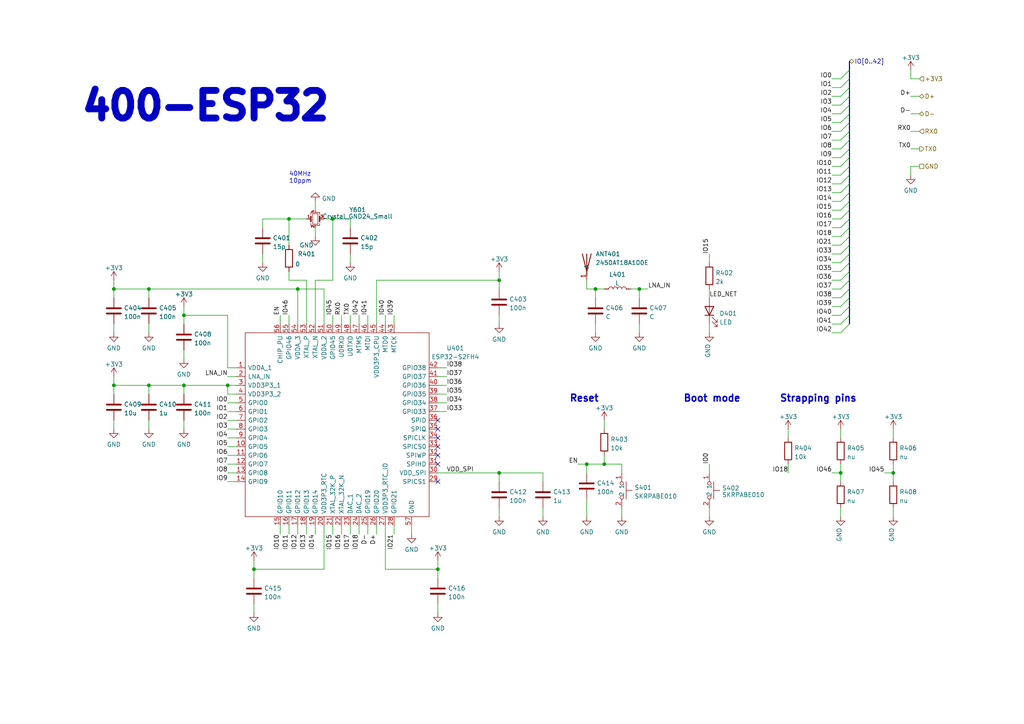
<source format=kicad_sch>
(kicad_sch (version 20230121) (generator eeschema)
  (paper "A4")
  (title_block (title "PMK_Keyboard") (date "2023-02-06") (rev "HW00") (company "PumaCorp") (comment 1 "Design by: NdG"))
  (lib_symbols
    (symbol "Component lib:2450AT18A100E" (pin_names (offset 0.762))
      (property "Reference" "ANT" (at 6.35 10.16 0))
      (property "Value" "2450AT18A100E" (at 6.35 7.62 0))
      (symbol "2450AT18A100E_0_1"
        (polyline (pts (xy 0 7.62) (xy 0 1.27)) (stroke (width 0.254)))
        (polyline (pts (xy 1.27 7.62) (xy 0 2.54) (xy -1.27 7.62)) (stroke (width 0.254)))
      )
      (symbol "2450AT18A100E_1_1"
        (pin input line (at 0 0 90) (length 2.54) (name "A") (number "1"))
      )
    )
    (symbol "Component lib:C" (pin_numbers hide) (pin_names (offset 0.254))
      (property "Reference" "C" (at 0.635 -1.27 0))
      (property "Value" "C" (at 0.635 -6.35 0))
      (symbol "C_0_1"
        (polyline (pts (xy -2.032 -4.572) (xy 2.032 -4.572)) (stroke (width 0.508)))
        (polyline (pts (xy -2.032 -3.048) (xy 2.032 -3.048)) (stroke (width 0.508)))
      )
      (symbol "C_1_1"
        (pin passive line (at 0 0 270) (length 2.794) (name "~") (number "1"))
        (pin passive line (at 0 -7.62 90) (length 2.794) (name "~") (number "2"))
      )
    )
    (symbol "Component lib:L" (pin_numbers hide) (pin_names (offset 1.016) hide)
      (property "Reference" "L" (at 3.81 -1.27 0))
      (property "Value" "L" (at 3.81 1.905 0))
      (symbol "L_0_1"
        (arc (start 2.54 0) (mid 1.905 0.6323) (end 1.27 0))
        (arc (start 3.81 0) (mid 3.175 0.6323) (end 2.54 0))
        (arc (start 5.08 0) (mid 4.445 0.6323) (end 3.81 0))
        (arc (start 6.35 0) (mid 5.715 0.6323) (end 5.08 0))
      )
      (symbol "L_1_1"
        (pin passive line (at 0 0 0) (length 1.27) (name "1") (number "1"))
        (pin passive line (at 7.62 0 180) (length 1.27) (name "2") (number "2"))
      )
    )
    (symbol "Component lib:LED" (pin_numbers hide) (pin_names (offset 1.016) hide)
      (property "Reference" "D" (at 3.81 2.54 0))
      (property "Value" "LED" (at 3.81 -2.54 0))
      (symbol "LED_0_1"
        (polyline (pts (xy 2.54 -1.27) (xy 2.54 1.27)) (stroke (width 0.254)))
        (polyline (pts (xy 2.54 0) (xy 5.08 0)))
        (polyline (pts (xy 5.08 -1.27) (xy 5.08 1.27) (xy 2.54 0) (xy 5.08 -1.27)) (stroke (width 0.254)))
        (polyline (pts (xy 0.762 -0.762) (xy -0.762 -2.286) (xy 0 -2.286) (xy -0.762 -2.286) (xy -0.762 -1.524)))
        (polyline (pts (xy 2.032 -0.762) (xy 0.508 -2.286) (xy 1.27 -2.286) (xy 0.508 -2.286) (xy 0.508 -1.524)))
      )
      (symbol "LED_1_1"
        (pin passive line (at 0 0 0) (length 2.54) (name "K") (number "1"))
        (pin passive line (at 7.62 0 180) (length 2.54) (name "A") (number "2"))
      )
    )
    (symbol "Component lib:R" (pin_numbers hide) (pin_names (offset 0))
      (property "Reference" "R" (at 2.032 -3.81 90))
      (property "Value" "R" (at 0 -3.81 90))
      (symbol "R_0_1"
        (rectangle (start -1.016 -6.35) (end 1.016 -1.27) (stroke (width 0.254)))
      )
      (symbol "R_1_1"
        (pin passive line (at 0 0 270) (length 1.27) (name "~") (number "1"))
        (pin passive line (at 0 -7.62 90) (length 1.27) (name "~") (number "2"))
      )
    )
    (symbol "Component lib:SKRPABE010" (pin_names (offset 0.762))
      (property "Reference" "S" (at 5.715 3.81 0))
      (property "Value" "SKRPABE010" (at 24.13 5.08 0))
      (symbol "SKRPABE010_0_1"
        (polyline (pts (xy 5.08 1.27) (xy 5.08 3.048)))
        (polyline (pts (xy 7.62 1.27) (xy 2.54 1.27)))
        (circle (center 3.048 0) (radius 0.508))
        (circle (center 7.112 0) (radius 0.508))
        (pin passive line (at 0 0 0) (length 2.54) (name "1") (number "1"))
        (pin passive line (at 10.16 0 180) (length 2.54) (name "2") (number "2"))
      )
    )
    (symbol "Component_lib:ESP32-S2FH4" (pin_names (offset 0.762))
      (property "Reference" "U" (at 22.86 -12.7 0))
      (property "Value" "ESP32-S2FH4" (at 22.86 -15.24 0))
      (symbol "ESP32-S2FH4_0_0"
        (pin passive line (at 0 0 0) (length 2.54) (name "VDDA_1") (number "1"))
        (pin passive line (at 0 -22.86 0) (length 2.54) (name "GPIO5") (number "10"))
        (pin passive line (at 0 -25.4 0) (length 2.54) (name "GPIO6") (number "11"))
        (pin passive line (at 0 -27.94 0) (length 2.54) (name "GPIO7") (number "12"))
        (pin passive line (at 0 -30.48 0) (length 2.54) (name "GPIO8") (number "13"))
        (pin passive line (at 0 -33.02 0) (length 2.54) (name "GPIO9") (number "14"))
        (pin passive line (at 12.7 -45.72 90) (length 2.54) (name "GPIO10") (number "15"))
        (pin passive line (at 15.24 -45.72 90) (length 2.54) (name "GPIO11") (number "16"))
        (pin passive line (at 17.78 -45.72 90) (length 2.54) (name "GPIO12") (number "17"))
        (pin passive line (at 20.32 -45.72 90) (length 2.54) (name "GPIO13") (number "18"))
        (pin passive line (at 22.86 -45.72 90) (length 2.54) (name "GPIO14") (number "19"))
        (pin passive line (at 0 -2.54 0) (length 2.54) (name "LNA_IN") (number "2"))
        (pin passive line (at 25.4 -45.72 90) (length 2.54) (name "VDD3P3_RTC") (number "20"))
        (pin passive line (at 27.94 -45.72 90) (length 2.54) (name "XTAL_32K_P") (number "21"))
        (pin passive line (at 30.48 -45.72 90) (length 2.54) (name "XTAL_32K_N") (number "22"))
        (pin passive line (at 33.02 -45.72 90) (length 2.54) (name "DAC_1") (number "23"))
        (pin passive line (at 35.56 -45.72 90) (length 2.54) (name "DAC_2") (number "24"))
        (pin passive line (at 38.1 -45.72 90) (length 2.54) (name "GPIO19") (number "25"))
        (pin passive line (at 40.64 -45.72 90) (length 2.54) (name "GPIO20") (number "26"))
        (pin passive line (at 43.18 -45.72 90) (length 2.54) (name "VDD3P3_RTC_IO") (number "27"))
        (pin passive line (at 45.72 -45.72 90) (length 2.54) (name "GPIO21") (number "28"))
        (pin passive line (at 58.42 -33.02 180) (length 2.54) (name "SPICS1") (number "29"))
        (pin passive line (at 0 -5.08 0) (length 2.54) (name "VDD3P3_1") (number "3"))
        (pin passive line (at 58.42 -30.48 180) (length 2.54) (name "VDD_SPI") (number "30"))
        (pin passive line (at 58.42 -27.94 180) (length 2.54) (name "SPIHD") (number "31"))
        (pin passive line (at 58.42 -25.4 180) (length 2.54) (name "SPIWP") (number "32"))
        (pin passive line (at 58.42 -22.86 180) (length 2.54) (name "SPICS0") (number "33"))
        (pin passive line (at 58.42 -20.32 180) (length 2.54) (name "SPICLK") (number "34"))
        (pin passive line (at 58.42 -17.78 180) (length 2.54) (name "SPIQ") (number "35"))
        (pin passive line (at 58.42 -15.24 180) (length 2.54) (name "SPID") (number "36"))
        (pin passive line (at 58.42 -12.7 180) (length 2.54) (name "GPIO33") (number "37"))
        (pin passive line (at 58.42 -10.16 180) (length 2.54) (name "GPIO34") (number "38"))
        (pin passive line (at 58.42 -7.62 180) (length 2.54) (name "GPIO35") (number "39"))
        (pin passive line (at 0 -7.62 0) (length 2.54) (name "VDD3P3_2") (number "4"))
        (pin passive line (at 58.42 -5.08 180) (length 2.54) (name "GPIO36") (number "40"))
        (pin passive line (at 58.42 -2.54 180) (length 2.54) (name "GPIO37") (number "41"))
        (pin passive line (at 58.42 0 180) (length 2.54) (name "GPIO38") (number "42"))
        (pin passive line (at 45.72 12.7 270) (length 2.54) (name "MTCK") (number "43"))
        (pin passive line (at 43.18 12.7 270) (length 2.54) (name "MTD0") (number "44"))
        (pin passive line (at 40.64 12.7 270) (length 2.54) (name "VDD3P3_CPU") (number "45"))
        (pin passive line (at 38.1 12.7 270) (length 2.54) (name "MTDI") (number "46"))
        (pin passive line (at 35.56 12.7 270) (length 2.54) (name "MTMS") (number "47"))
        (pin passive line (at 33.02 12.7 270) (length 2.54) (name "U0TXD") (number "48"))
        (pin passive line (at 30.48 12.7 270) (length 2.54) (name "U0RXD") (number "49"))
        (pin passive line (at 0 -10.16 0) (length 2.54) (name "GPIO0") (number "5"))
        (pin passive line (at 27.94 12.7 270) (length 2.54) (name "GPIO45") (number "50"))
        (pin passive line (at 25.4 12.7 270) (length 2.54) (name "VDDA_2") (number "51"))
        (pin passive line (at 22.86 12.7 270) (length 2.54) (name "XTAL_N") (number "52"))
        (pin passive line (at 20.32 12.7 270) (length 2.54) (name "XTAL_P") (number "53"))
        (pin passive line (at 17.78 12.7 270) (length 2.54) (name "VDDA_3") (number "54"))
        (pin passive line (at 15.24 12.7 270) (length 2.54) (name "GPIO46") (number "55"))
        (pin passive line (at 12.7 12.7 270) (length 2.54) (name "CHIP_PU") (number "56"))
        (pin passive line (at 50.8 -45.72 90) (length 2.54) (name "GND") (number "57"))
        (pin passive line (at 0 -12.7 0) (length 2.54) (name "GPIO1") (number "6"))
        (pin passive line (at 0 -15.24 0) (length 2.54) (name "GPIO2") (number "7"))
        (pin passive line (at 0 -17.78 0) (length 2.54) (name "GPIO3") (number "8"))
        (pin passive line (at 0 -20.32 0) (length 2.54) (name "GPIO4") (number "9"))
      )
      (symbol "ESP32-S2FH4_0_1"
        (polyline (pts (xy 2.54 10.16) (xy 55.88 10.16) (xy 55.88 -43.18) (xy 2.54 -43.18) (xy 2.54 10.16)) (stroke (width 0.1524)))
      )
    )
    (symbol "Device:Crystal_GND24_Small" (pin_names (offset 1.016) hide)
      (property "Reference" "Y" (at 1.27 4.445 0))
      (property "Value" "Crystal_GND24_Small" (at 1.27 2.54 0))
      (symbol "Crystal_GND24_Small_0_1"
        (rectangle (start -0.762 -1.524) (end 0.762 1.524))
        (polyline (pts (xy -1.27 -0.762) (xy -1.27 0.762)) (stroke (width 0.381)))
        (polyline (pts (xy 1.27 -0.762) (xy 1.27 0.762)) (stroke (width 0.381)))
        (polyline (pts (xy -1.27 -1.27) (xy -1.27 -1.905) (xy 1.27 -1.905) (xy 1.27 -1.27)))
        (polyline (pts (xy -1.27 1.27) (xy -1.27 1.905) (xy 1.27 1.905) (xy 1.27 1.27)))
      )
      (symbol "Crystal_GND24_Small_1_1"
        (pin passive line (at -2.54 0 0) (length 1.27) (name "1") (number "1"))
        (pin passive line (at 0 -2.54 90) (length 0.635) (name "2") (number "2"))
        (pin passive line (at 2.54 0 180) (length 1.27) (name "3") (number "3"))
        (pin passive line (at 0 2.54 270) (length 0.635) (name "4") (number "4"))
      )
    )
    (symbol "power:+3V3" (power) (pin_names (offset 0))
      (property "Value" "+3V3" (at 0 3.556 0))
      (symbol "+3V3_0_1"
        (polyline (pts (xy -0.762 1.27) (xy 0 2.54)))
        (polyline (pts (xy 0 0) (xy 0 2.54)))
        (polyline (pts (xy 0 2.54) (xy 0.762 1.27)))
      )
      (symbol "+3V3_1_1"
        (pin power_in line (at 0 0 90) (length 0) hide (name "+3V3") (number "1"))
      )
    )
    (symbol "power:GND" (power) (pin_names (offset 0))
      (property "Value" "GND" (at 0 -3.81 0))
      (symbol "GND_0_1"
        (polyline (pts (xy 0 0) (xy 0 -1.27) (xy 1.27 -1.27) (xy 0 -2.54) (xy -1.27 -1.27) (xy 0 -1.27)))
      )
      (symbol "GND_1_1"
        (pin power_in line (at 0 0 270) (length 0) hide (name "GND") (number "1"))
      )
    )
  )
  (junction (at 43.18 83.82))
  (junction (at 53.34 91.44))
  (junction (at 170.18 134.62))
  (junction (at 127 165.1))
  (junction (at 33.02 83.82))
  (junction (at 175.26 134.62))
  (junction (at 96.52 63.5))
  (junction (at 66.04 111.76))
  (junction (at 33.02 111.76))
  (junction (at 185.42 83.82))
  (junction (at 86.36 83.82))
  (junction (at 172.72 83.82))
  (junction (at 83.82 63.5))
  (junction (at 259.08 137.16))
  (junction (at 243.84 137.16))
  (junction (at 43.18 111.76))
  (junction (at 53.34 111.76))
  (junction (at 144.78 81.28))
  (junction (at 144.78 137.16))
  (junction (at 73.66 165.1))
  (no_connect (at 127 127))
  (no_connect (at 127 132.08))
  (no_connect (at 127 139.7))
  (no_connect (at 127 129.54))
  (no_connect (at 127 134.62))
  (no_connect (at 127 124.46))
  (no_connect (at 127 121.92))
  (bus_entry (at 243.84 86.36) (size 2.54 -2.54))
  (bus_entry (at 243.84 40.64) (size 2.54 -2.54))
  (bus_entry (at 243.84 55.88) (size 2.54 -2.54))
  (bus_entry (at 243.84 68.58) (size 2.54 -2.54))
  (bus_entry (at 243.84 71.12) (size 2.54 -2.54))
  (bus_entry (at 243.84 27.94) (size 2.54 -2.54))
  (bus_entry (at 243.84 88.9) (size 2.54 -2.54))
  (bus_entry (at 243.84 53.34) (size 2.54 -2.54))
  (bus_entry (at 243.84 93.98) (size 2.54 -2.54))
  (bus_entry (at 243.84 30.48) (size 2.54 -2.54))
  (bus_entry (at 243.84 33.02) (size 2.54 -2.54))
  (bus_entry (at 243.84 50.8) (size 2.54 -2.54))
  (bus_entry (at 243.84 38.1) (size 2.54 -2.54))
  (bus_entry (at 243.84 78.74) (size 2.54 -2.54))
  (bus_entry (at 243.84 91.44) (size 2.54 -2.54))
  (bus_entry (at 243.84 35.56) (size 2.54 -2.54))
  (bus_entry (at 243.84 60.96) (size 2.54 -2.54))
  (bus_entry (at 243.84 45.72) (size 2.54 -2.54))
  (bus_entry (at 243.84 66.04) (size 2.54 -2.54))
  (bus_entry (at 243.84 48.26) (size 2.54 -2.54))
  (bus_entry (at 243.84 43.18) (size 2.54 -2.54))
  (bus_entry (at 243.84 25.4) (size 2.54 -2.54))
  (bus_entry (at 243.84 96.52) (size 2.54 -2.54))
  (bus_entry (at 243.84 63.5) (size 2.54 -2.54))
  (bus_entry (at 243.84 83.82) (size 2.54 -2.54))
  (bus_entry (at 243.84 22.86) (size 2.54 -2.54))
  (bus_entry (at 243.84 76.2) (size 2.54 -2.54))
  (bus_entry (at 243.84 81.28) (size 2.54 -2.54))
  (bus_entry (at 243.84 58.42) (size 2.54 -2.54))
  (bus_entry (at 243.84 73.66) (size 2.54 -2.54))
  (wire (pts (xy 53.34 101.6) (xy 53.34 104.14)))
  (wire (pts (xy 66.04 129.54) (xy 68.58 129.54)))
  (bus (pts (xy 246.38 50.8) (xy 246.38 53.34)))
  (bus (pts (xy 246.38 27.94) (xy 246.38 30.48)))
  (wire (pts (xy 127 165.1) (xy 127 167.64)))
  (wire (pts (xy 101.6 73.66) (xy 101.6 76.2)))
  (wire (pts (xy 144.78 137.16) (xy 157.48 137.16)))
  (bus (pts (xy 246.38 63.5) (xy 246.38 66.04)))
  (wire (pts (xy 127 162.56) (xy 127 165.1)))
  (wire (pts (xy 170.18 144.78) (xy 170.18 149.86)))
  (wire (pts (xy 66.04 121.92) (xy 68.58 121.92)))
  (wire (pts (xy 106.68 91.44) (xy 106.68 93.98)))
  (wire (pts (xy 66.04 111.76) (xy 68.58 111.76)))
  (wire (pts (xy 264.16 22.86) (xy 266.7 22.86)))
  (wire (pts (xy 241.3 27.94) (xy 243.84 27.94)))
  (bus (pts (xy 246.38 43.18) (xy 246.38 45.72)))
  (wire (pts (xy 264.16 38.1) (xy 266.7 38.1)))
  (wire (pts (xy 53.34 114.3) (xy 53.34 111.76)))
  (wire (pts (xy 83.82 71.12) (xy 83.82 63.5)))
  (wire (pts (xy 241.3 96.52) (xy 243.84 96.52)))
  (bus (pts (xy 246.38 40.64) (xy 246.38 43.18)))
  (wire (pts (xy 109.22 152.4) (xy 109.22 154.94)))
  (wire (pts (xy 243.84 134.62) (xy 243.84 137.16)))
  (wire (pts (xy 114.3 91.44) (xy 114.3 93.98)))
  (wire (pts (xy 111.76 91.44) (xy 111.76 93.98)))
  (wire (pts (xy 241.3 30.48) (xy 243.84 30.48)))
  (wire (pts (xy 264.16 20.32) (xy 264.16 22.86)))
  (bus (pts (xy 246.38 88.9) (xy 246.38 91.44)))
  (wire (pts (xy 185.42 93.98) (xy 185.42 96.52)))
  (wire (pts (xy 53.34 88.9) (xy 53.34 91.44)))
  (wire (pts (xy 241.3 48.26) (xy 243.84 48.26)))
  (wire (pts (xy 96.52 91.44) (xy 96.52 93.98)))
  (wire (pts (xy 43.18 83.82) (xy 43.18 86.36)))
  (wire (pts (xy 66.04 127) (xy 68.58 127)))
  (bus (pts (xy 246.38 78.74) (xy 246.38 81.28)))
  (wire (pts (xy 33.02 81.28) (xy 33.02 83.82)))
  (wire (pts (xy 88.9 152.4) (xy 88.9 154.94)))
  (wire (pts (xy 93.98 83.82) (xy 86.36 83.82)))
  (wire (pts (xy 76.2 66.04) (xy 76.2 63.5)))
  (wire (pts (xy 157.48 147.32) (xy 157.48 149.86)))
  (wire (pts (xy 129.54 119.38) (xy 127 119.38)))
  (wire (pts (xy 170.18 81.28) (xy 170.18 83.82)))
  (wire (pts (xy 99.06 91.44) (xy 99.06 93.98)))
  (wire (pts (xy 157.48 137.16) (xy 157.48 139.7)))
  (wire (pts (xy 76.2 73.66) (xy 76.2 76.2)))
  (wire (pts (xy 241.3 40.64) (xy 243.84 40.64)))
  (wire (pts (xy 241.3 58.42) (xy 243.84 58.42)))
  (wire (pts (xy 241.3 93.98) (xy 243.84 93.98)))
  (wire (pts (xy 228.6 124.46) (xy 228.6 127)))
  (wire (pts (xy 33.02 121.92) (xy 33.02 124.46)))
  (wire (pts (xy 83.82 63.5) (xy 88.9 63.5)))
  (wire (pts (xy 96.52 152.4) (xy 96.52 154.94)))
  (wire (pts (xy 83.82 81.28) (xy 88.9 81.28)))
  (bus (pts (xy 246.38 86.36) (xy 246.38 88.9)))
  (wire (pts (xy 243.84 137.16) (xy 243.84 139.7)))
  (wire (pts (xy 264.16 27.94) (xy 266.7 27.94)))
  (wire (pts (xy 241.3 43.18) (xy 243.84 43.18)))
  (wire (pts (xy 127 137.16) (xy 144.78 137.16)))
  (wire (pts (xy 81.28 91.44) (xy 81.28 93.98)))
  (bus (pts (xy 246.38 20.32) (xy 246.38 22.86)))
  (wire (pts (xy 180.34 147.32) (xy 180.34 149.86)))
  (wire (pts (xy 170.18 83.82) (xy 172.72 83.82)))
  (bus (pts (xy 246.38 66.04) (xy 246.38 68.58)))
  (wire (pts (xy 241.3 137.16) (xy 243.84 137.16)))
  (wire (pts (xy 205.74 73.66) (xy 205.74 76.2)))
  (bus (pts (xy 246.38 68.58) (xy 246.38 71.12)))
  (wire (pts (xy 241.3 35.56) (xy 243.84 35.56)))
  (wire (pts (xy 172.72 93.98) (xy 172.72 96.52)))
  (wire (pts (xy 93.98 63.5) (xy 96.52 63.5)))
  (wire (pts (xy 185.42 83.82) (xy 185.42 86.36)))
  (wire (pts (xy 144.78 78.74) (xy 144.78 81.28)))
  (wire (pts (xy 109.22 81.28) (xy 144.78 81.28)))
  (bus (pts (xy 246.38 38.1) (xy 246.38 40.64)))
  (wire (pts (xy 73.66 175.26) (xy 73.66 177.8)))
  (wire (pts (xy 185.42 83.82) (xy 187.96 83.82)))
  (bus (pts (xy 246.38 35.56) (xy 246.38 38.1)))
  (wire (pts (xy 259.08 147.32) (xy 259.08 149.86)))
  (bus (pts (xy 246.38 45.72) (xy 246.38 48.26)))
  (wire (pts (xy 88.9 81.28) (xy 88.9 93.98)))
  (wire (pts (xy 241.3 45.72) (xy 243.84 45.72)))
  (wire (pts (xy 241.3 91.44) (xy 243.84 91.44)))
  (wire (pts (xy 144.78 81.28) (xy 144.78 83.82)))
  (wire (pts (xy 101.6 63.5) (xy 96.52 63.5)))
  (wire (pts (xy 86.36 152.4) (xy 86.36 154.94)))
  (wire (pts (xy 91.44 152.4) (xy 91.44 154.94)))
  (wire (pts (xy 111.76 165.1) (xy 127 165.1)))
  (wire (pts (xy 241.3 68.58) (xy 243.84 68.58)))
  (wire (pts (xy 33.02 83.82) (xy 43.18 83.82)))
  (bus (pts (xy 246.38 17.78) (xy 246.38 20.32)))
  (wire (pts (xy 243.84 76.2) (xy 241.3 76.2)))
  (wire (pts (xy 81.28 152.4) (xy 81.28 154.94)))
  (wire (pts (xy 228.6 134.62) (xy 228.6 137.16)))
  (bus (pts (xy 246.38 25.4) (xy 246.38 27.94)))
  (wire (pts (xy 241.3 38.1) (xy 243.84 38.1)))
  (bus (pts (xy 246.38 53.34) (xy 246.38 55.88)))
  (wire (pts (xy 127 116.84) (xy 129.54 116.84)))
  (wire (pts (xy 111.76 152.4) (xy 111.76 165.1)))
  (wire (pts (xy 127 111.76) (xy 129.54 111.76)))
  (wire (pts (xy 175.26 121.92) (xy 175.26 124.46)))
  (wire (pts (xy 172.72 83.82) (xy 175.26 83.82)))
  (wire (pts (xy 53.34 93.98) (xy 53.34 91.44)))
  (wire (pts (xy 241.3 66.04) (xy 243.84 66.04)))
  (wire (pts (xy 104.14 91.44) (xy 104.14 93.98)))
  (wire (pts (xy 73.66 162.56) (xy 73.66 165.1)))
  (wire (pts (xy 241.3 25.4) (xy 243.84 25.4)))
  (wire (pts (xy 96.52 81.28) (xy 91.44 81.28)))
  (wire (pts (xy 33.02 114.3) (xy 33.02 111.76)))
  (wire (pts (xy 264.16 48.26) (xy 266.7 48.26)))
  (wire (pts (xy 99.06 152.4) (xy 99.06 154.94)))
  (wire (pts (xy 259.08 137.16) (xy 259.08 139.7)))
  (wire (pts (xy 66.04 109.22) (xy 68.58 109.22)))
  (wire (pts (xy 243.84 81.28) (xy 241.3 81.28)))
  (wire (pts (xy 73.66 165.1) (xy 93.98 165.1)))
  (wire (pts (xy 43.18 83.82) (xy 86.36 83.82)))
  (bus (pts (xy 246.38 83.82) (xy 246.38 86.36)))
  (wire (pts (xy 66.04 124.46) (xy 68.58 124.46)))
  (wire (pts (xy 66.04 137.16) (xy 68.58 137.16)))
  (wire (pts (xy 243.84 78.74) (xy 241.3 78.74)))
  (bus (pts (xy 246.38 91.44) (xy 246.38 93.98)))
  (wire (pts (xy 93.98 93.98) (xy 93.98 83.82)))
  (wire (pts (xy 259.08 134.62) (xy 259.08 137.16)))
  (wire (pts (xy 66.04 91.44) (xy 66.04 106.68)))
  (wire (pts (xy 43.18 121.92) (xy 43.18 124.46)))
  (bus (pts (xy 246.38 33.02) (xy 246.38 35.56)))
  (wire (pts (xy 205.74 134.62) (xy 205.74 137.16)))
  (wire (pts (xy 33.02 111.76) (xy 43.18 111.76)))
  (wire (pts (xy 119.38 152.4) (xy 119.38 154.94)))
  (wire (pts (xy 68.58 114.3) (xy 66.04 114.3)))
  (wire (pts (xy 241.3 50.8) (xy 243.84 50.8)))
  (wire (pts (xy 172.72 86.36) (xy 172.72 83.82)))
  (wire (pts (xy 101.6 66.04) (xy 101.6 63.5)))
  (wire (pts (xy 259.08 124.46) (xy 259.08 127)))
  (wire (pts (xy 170.18 134.62) (xy 175.26 134.62)))
  (wire (pts (xy 91.44 81.28) (xy 91.44 93.98)))
  (wire (pts (xy 144.78 137.16) (xy 144.78 139.7)))
  (wire (pts (xy 53.34 111.76) (xy 66.04 111.76)))
  (wire (pts (xy 43.18 114.3) (xy 43.18 111.76)))
  (wire (pts (xy 83.82 81.28) (xy 83.82 78.74)))
  (wire (pts (xy 264.16 33.02) (xy 266.7 33.02)))
  (wire (pts (xy 243.84 147.32) (xy 243.84 149.86)))
  (wire (pts (xy 241.3 73.66) (xy 243.84 73.66)))
  (wire (pts (xy 66.04 119.38) (xy 68.58 119.38)))
  (wire (pts (xy 53.34 121.92) (xy 53.34 124.46)))
  (wire (pts (xy 241.3 22.86) (xy 243.84 22.86)))
  (wire (pts (xy 127 109.22) (xy 129.54 109.22)))
  (wire (pts (xy 182.88 83.82) (xy 185.42 83.82)))
  (wire (pts (xy 264.16 50.8) (xy 264.16 48.26)))
  (wire (pts (xy 241.3 55.88) (xy 243.84 55.88)))
  (wire (pts (xy 66.04 106.68) (xy 68.58 106.68)))
  (wire (pts (xy 144.78 147.32) (xy 144.78 149.86)))
  (wire (pts (xy 86.36 83.82) (xy 86.36 93.98)))
  (wire (pts (xy 114.3 152.4) (xy 114.3 154.94)))
  (bus (pts (xy 246.38 60.96) (xy 246.38 63.5)))
  (wire (pts (xy 83.82 91.44) (xy 83.82 93.98)))
  (wire (pts (xy 175.26 134.62) (xy 180.34 134.62)))
  (wire (pts (xy 91.44 58.42) (xy 91.44 60.96)))
  (wire (pts (xy 93.98 165.1) (xy 93.98 152.4)))
  (wire (pts (xy 256.54 137.16) (xy 259.08 137.16)))
  (wire (pts (xy 243.84 86.36) (xy 241.3 86.36)))
  (wire (pts (xy 241.3 60.96) (xy 243.84 60.96)))
  (wire (pts (xy 66.04 134.62) (xy 68.58 134.62)))
  (wire (pts (xy 241.3 53.34) (xy 243.84 53.34)))
  (wire (pts (xy 66.04 139.7) (xy 68.58 139.7)))
  (wire (pts (xy 33.02 93.98) (xy 33.02 96.52)))
  (wire (pts (xy 243.84 83.82) (xy 241.3 83.82)))
  (wire (pts (xy 53.34 91.44) (xy 66.04 91.44)))
  (wire (pts (xy 106.68 152.4) (xy 106.68 154.94)))
  (wire (pts (xy 96.52 63.5) (xy 96.52 81.28)))
  (wire (pts (xy 43.18 93.98) (xy 43.18 96.52)))
  (wire (pts (xy 241.3 71.12) (xy 243.84 71.12)))
  (wire (pts (xy 101.6 91.44) (xy 101.6 93.98)))
  (bus (pts (xy 246.38 48.26) (xy 246.38 50.8)))
  (wire (pts (xy 33.02 86.36) (xy 33.02 83.82)))
  (wire (pts (xy 175.26 132.08) (xy 175.26 134.62)))
  (wire (pts (xy 83.82 152.4) (xy 83.82 154.94)))
  (wire (pts (xy 205.74 147.32) (xy 205.74 149.86)))
  (bus (pts (xy 246.38 76.2) (xy 246.38 78.74)))
  (wire (pts (xy 241.3 63.5) (xy 243.84 63.5)))
  (wire (pts (xy 91.44 66.04) (xy 91.44 68.58)))
  (wire (pts (xy 243.84 124.46) (xy 243.84 127)))
  (wire (pts (xy 205.74 83.82) (xy 205.74 86.36)))
  (bus (pts (xy 246.38 81.28) (xy 246.38 83.82)))
  (wire (pts (xy 144.78 91.44) (xy 144.78 93.98)))
  (wire (pts (xy 170.18 134.62) (xy 170.18 137.16)))
  (wire (pts (xy 127 106.68) (xy 129.54 106.68)))
  (wire (pts (xy 127 175.26) (xy 127 177.8)))
  (wire (pts (xy 264.16 43.18) (xy 266.7 43.18)))
  (wire (pts (xy 76.2 63.5) (xy 83.82 63.5)))
  (wire (pts (xy 109.22 81.28) (xy 109.22 93.98)))
  (bus (pts (xy 246.38 30.48) (xy 246.38 33.02)))
  (wire (pts (xy 66.04 132.08) (xy 68.58 132.08)))
  (wire (pts (xy 167.64 134.62) (xy 170.18 134.62)))
  (wire (pts (xy 101.6 152.4) (xy 101.6 154.94)))
  (wire (pts (xy 127 114.3) (xy 129.54 114.3)))
  (wire (pts (xy 205.74 93.98) (xy 205.74 96.52)))
  (bus (pts (xy 246.38 22.86) (xy 246.38 25.4)))
  (wire (pts (xy 66.04 114.3) (xy 66.04 111.76)))
  (wire (pts (xy 66.04 116.84) (xy 68.58 116.84)))
  (bus (pts (xy 246.38 71.12) (xy 246.38 73.66)))
  (wire (pts (xy 43.18 111.76) (xy 53.34 111.76)))
  (wire (pts (xy 241.3 88.9) (xy 243.84 88.9)))
  (bus (pts (xy 246.38 58.42) (xy 246.38 60.96)))
  (bus (pts (xy 246.38 55.88) (xy 246.38 58.42)))
  (wire (pts (xy 180.34 134.62) (xy 180.34 137.16)))
  (wire (pts (xy 33.02 109.22) (xy 33.02 111.76)))
  (wire (pts (xy 241.3 33.02) (xy 243.84 33.02)))
  (wire (pts (xy 73.66 165.1) (xy 73.66 167.64)))
  (bus (pts (xy 246.38 73.66) (xy 246.38 76.2)))
  (wire (pts (xy 104.14 152.4) (xy 104.14 154.94)))
  (text "Boot mode\n" (at 198.12 116.84 0) (effects (font (size 2 2) (thickness 0.4) bold) (justify left bottom)))
  (text "Reset\n" (at 165.1 116.84 0) (effects (font (size 2 2) (thickness 0.4) bold) (justify left bottom)))
  (text "40MHz \n10ppm" (at 83.82 53.34 0) (effects (font (size 1.27 1.27)) (justify left bottom)))
  (text "400-ESP32" (at 22.86 35.56 0) (effects (font (size 8 8) (thickness 3) bold) (justify left bottom)))
  (text "Strapping pins" (at 226.06 116.84 0) (effects (font (size 2 2) (thickness 0.4) bold) (justify left bottom)))
  (label "D-" (at 106.68 154.94 270))
  (label "IO45" (at 256.54 137.16 180))
  (label "IO3" (at 241.3 30.48 180))
  (label "RX0" (at 99.06 91.44 90))
  (label "IO35" (at 129.54 114.3 0))
  (label "IO15" (at 241.3 60.96 180))
  (label "IO12" (at 86.36 154.94 270))
  (label "TX0" (at 101.6 91.44 90))
  (label "IO38" (at 241.3 86.36 180))
  (label "IO17" (at 101.6 154.94 270))
  (label "IO0" (at 66.04 116.84 180))
  (label "IO37" (at 241.3 83.82 180))
  (label "VDD_SPI" (at 129.54 137.16 0))
  (label "IO39" (at 241.3 88.9 180))
  (label "IO42" (at 241.3 96.52 180))
  (label "IO6" (at 241.3 38.1 180))
  (label "IO9" (at 66.04 139.7 180))
  (label "IO7" (at 241.3 40.64 180))
  (label "IO4" (at 241.3 33.02 180))
  (label "IO14" (at 241.3 58.42 180))
  (label "IO40" (at 241.3 91.44 180))
  (label "EN" (at 167.64 134.62 180))
  (label "IO18" (at 228.6 137.16 180))
  (label "IO16" (at 99.06 154.94 270))
  (label "IO46" (at 241.3 137.16 180))
  (label "TX0" (at 264.16 43.18 180))
  (label "IO8" (at 66.04 137.16 180))
  (label "IO10" (at 81.28 154.94 270))
  (label "IO40" (at 111.76 91.44 90))
  (label "IO10" (at 241.3 48.26 180))
  (label "IO14" (at 91.44 154.94 270))
  (label "IO21" (at 241.3 71.12 180))
  (label "IO33" (at 129.54 119.38 0))
  (label "IO39" (at 114.3 91.44 90))
  (label "IO18" (at 104.14 154.94 270))
  (label "IO5" (at 241.3 35.56 180))
  (label "IO36" (at 129.54 111.76 0))
  (label "IO12" (at 241.3 53.34 180))
  (label "IO0" (at 205.74 134.62 90))
  (label "IO16" (at 241.3 63.5 180))
  (label "IO41" (at 106.68 91.44 90))
  (label "IO42" (at 104.14 91.44 90))
  (label "IO2" (at 241.3 27.94 180))
  (label "LNA_IN" (at 66.04 109.22 180))
  (label "LNA_IN" (at 187.96 83.82 0))
  (label "D+" (at 109.22 154.94 270))
  (label "IO11" (at 241.3 50.8 180))
  (label "IO0" (at 241.3 22.86 180))
  (label "IO1" (at 241.3 25.4 180))
  (label "IO6" (at 66.04 132.08 180))
  (label "IO21" (at 114.3 154.94 270))
  (label "IO15" (at 205.74 73.66 90))
  (label "IO11" (at 83.82 154.94 270))
  (label "IO38" (at 129.54 106.68 0))
  (label "IO37" (at 129.54 109.22 0))
  (label "IO46" (at 83.82 91.44 90))
  (label "IO33" (at 241.3 73.66 180))
  (label "IO15" (at 96.52 154.94 270))
  (label "IO1" (at 66.04 119.38 180))
  (label "LED_NET" (at 205.74 86.36 0))
  (label "EN" (at 81.28 91.44 90))
  (label "IO35" (at 241.3 78.74 180))
  (label "RX0" (at 264.16 38.1 180))
  (label "IO8" (at 241.3 43.18 180))
  (label "IO34" (at 241.3 76.2 180))
  (label "IO2" (at 66.04 121.92 180))
  (label "IO34" (at 129.54 116.84 0))
  (label "IO17" (at 241.3 66.04 180))
  (label "IO5" (at 66.04 129.54 180))
  (label "IO3" (at 66.04 124.46 180))
  (label "IO7" (at 66.04 134.62 180))
  (label "IO45" (at 96.52 91.44 90))
  (label "IO9" (at 241.3 45.72 180))
  (label "IO36" (at 241.3 81.28 180))
  (label "D-" (at 264.16 33.02 180))
  (label "IO13" (at 241.3 55.88 180))
  (label "IO13" (at 88.9 154.94 270))
  (label "IO18" (at 241.3 68.58 180))
  (label "IO41" (at 241.3 93.98 180))
  (label "D+" (at 264.16 27.94 180))
  (label "IO4" (at 66.04 127 180))
  (hierarchical_label "+3V3" (shape input) (at 266.7 22.86 0))
  (hierarchical_label "IO[0..42]" (shape bidirectional) (at 246.38 17.78 0))
  (hierarchical_label "D+" (shape bidirectional) (at 266.7 27.94 0))
  (hierarchical_label "GND" (shape passive) (at 266.7 48.26 0))
  (hierarchical_label "D-" (shape bidirectional) (at 266.7 33.02 0))
  (hierarchical_label "TX0" (shape output) (at 266.7 43.18 0))
  (hierarchical_label "RX0" (shape input) (at 266.7 38.1 0))
  (symbol (lib_id "power:+3V3") (at 264.16 20.32 0) (unit 1)
    (property "Reference" "#PWR0401" (effects hide))
    (property "Value" "+3V3" (at 264.16 16.7442 0))
  )
  (symbol (lib_id "power:GND") (at 91.44 58.42 180) (unit 1)
    (property "Reference" "#PWR0402" (effects hide))
    (property "Value" "GND" (at 93.345 57.5838 0) (effects (justify right)))
  )
  (symbol (lib_id "power:GND") (at 185.42 96.52 0) (unit 1)
    (property "Reference" "#PWR0414" (effects hide))
    (property "Value" "GND" (at 185.42 100.9634 0))
  )
  (symbol (lib_id "power:GND") (at 127 177.8 0) (unit 1)
    (property "Reference" "#PWR0436" (effects hide))
    (property "Value" "GND" (at 127 182.2434 0))
  )
  (symbol (lib_id "power:+3V3") (at 33.02 81.28 0) (unit 1)
    (property "Reference" "#PWR0408" (effects hide))
    (property "Value" "+3V3" (at 33.02 77.7042 0))
  )
  (symbol (lib_id "power:GND") (at 33.02 124.46 0) (unit 1)
    (property "Reference" "#PWR0418" (effects hide))
    (property "Value" "GND" (at 33.02 128.9034 0))
  )
  (symbol (lib_id "power:+3V3") (at 259.08 124.46 0) (unit 1)
    (property "Reference" "#PWR0424" (effects hide))
    (property "Value" "+3V3" (at 259.08 120.8842 0))
  )
  (symbol (lib_id "Component lib:C") (at 127 167.64 0) (unit 1)
    (property "Reference" "C416" (at 129.921 170.6153 0) (effects (justify left)))
    (property "Value" "100n" (at 129.921 173.1522 0) (effects (justify left)))
    (property "Footprint" "Capacitor_SMD:C_0402_1005Metric" (effects hide))
  )
  (symbol (lib_id "power:+3V3") (at 243.84 124.46 0) (unit 1)
    (property "Reference" "#PWR0423" (effects hide))
    (property "Value" "+3V3" (at 243.84 120.8842 0))
  )
  (symbol (lib_id "Component lib:2450AT18A100E") (at 170.18 81.28 0) (unit 1)
    (property "Reference" "ANT401" (at 172.72 73.66 0) (effects (justify left)))
    (property "Value" "2450AT18A100E" (at 172.72 76.2 0) (effects (justify left)))
    (property "Footprint" "Component_lib:ANTC3216X140N" (effects hide))
    (property "Datasheet" "https://www.johansontechnology.com/datasheets/2450AT18A100/2450AT18A100.pdf" (effects hide))
    (property "Description" "Antennas 2.45GHz ANTENNA" (effects hide))
    (property "Height" "1.4" (effects hide))
    (property "Mouser Part Number" "609-2450AT18A100E" (effects hide))
    (property "Mouser Price/Stock" "https://www.mouser.co.uk/ProductDetail/Johanson-Technology/2450AT18A100E?qs=yCnrNFeXz%252BjzOYKPg7LGCw%3D%3D" (effects hide))
    (property "Manufacturer_Name" "JOHANSON TECHNOLOGY" (effects hide))
    (property "Manufacturer_Part_Number" "2450AT18A100E" (effects hide))
  )
  (symbol (lib_id "power:GND") (at 43.18 124.46 0) (unit 1)
    (property "Reference" "#PWR0419" (effects hide))
    (property "Value" "GND" (at 43.18 128.9034 0))
  )
  (symbol (lib_id "power:GND") (at 53.34 124.46 0) (unit 1)
    (property "Reference" "#PWR0420" (effects hide))
    (property "Value" "GND" (at 53.34 128.9034 0))
  )
  (symbol (lib_id "Component lib:R") (at 259.08 127 0) (unit 1)
    (property "Reference" "R406" (at 260.858 129.9753 0) (effects (justify left)))
    (property "Value" "nu" (at 260.858 132.5122 0) (effects (justify left)))
    (property "Footprint" "Resistor_SMD:R_0201_0603Metric" (effects hide))
  )
  (symbol (lib_id "power:+3V3") (at 53.34 88.9 0) (unit 1)
    (property "Reference" "#PWR0409" (effects hide))
    (property "Value" "+3V3" (at 53.34 85.3242 0))
  )
  (symbol (lib_id "power:GND") (at 73.66 177.8 0) (unit 1)
    (property "Reference" "#PWR0435" (effects hide))
    (property "Value" "GND" (at 73.66 182.2434 0))
  )
  (symbol (lib_id "power:GND") (at 170.18 149.86 0) (unit 1)
    (property "Reference" "#PWR0427" (effects hide))
    (property "Value" "GND" (at 170.18 154.3034 0))
  )
  (symbol (lib_id "power:GND") (at 144.78 93.98 0) (unit 1)
    (property "Reference" "#PWR0410" (effects hide))
    (property "Value" "GND" (at 144.78 98.4234 0))
  )
  (symbol (lib_id "Component lib:SKRPABE010") (at 180.34 137.16 270) (unit 1)
    (property "Reference" "S401" (at 184.023 141.4053 90) (effects (justify left)))
    (property "Value" "SKRPABE010" (at 184.023 143.9422 90) (effects (justify left)))
    (property "Footprint" "Component_lib:SKRPABE010" (effects hide))
    (property "Datasheet" "https://datasheet.lcsc.com/szlcsc/ALPS-Electric-SKRPABE010_C115360.pdf" (effects hide))
    (property "Description" "Switch Tactile N.O. SPST Button J-Bend 0.05A 16VDC 1.57N SMD Automotive T/R" (effects hide))
    (property "Height" "2.5" (effects hide))
    (property "Mouser Part Number" "688-SKRPAB" (effects hide))
    (property "Mouser Price/Stock" "https://www.mouser.co.uk/ProductDetail/Alps-Alpine/SKRPABE010?qs=m0BA540hBPe1GpcSf%2FZ5Yw%3D%3D" (effects hide))
    (property "Manufacturer_Name" "ALPS Electric" (effects hide))
    (property "Manufacturer_Part_Number" "SKRPABE010" (effects hide))
  )
  (symbol (lib_id "Component lib:R") (at 243.84 127 0) (unit 1)
    (property "Reference" "R405" (at 245.618 129.9753 0) (effects (justify left)))
    (property "Value" "nu" (at 245.618 132.5122 0) (effects (justify left)))
    (property "Footprint" "Resistor_SMD:R_0201_0603Metric" (effects hide))
  )
  (symbol (lib_id "power:+3V3") (at 33.02 109.22 0) (unit 1)
    (property "Reference" "#PWR0417" (effects hide))
    (property "Value" "+3V3" (at 33.02 105.6442 0))
  )
  (symbol (lib_id "Component lib:C") (at 76.2 66.04 0) (unit 1)
    (property "Reference" "C401" (at 79.121 69.0153 0) (effects (justify left)))
    (property "Value" "15p" (at 79.121 71.5522 0) (effects (justify left)))
    (property "Footprint" "Capacitor_SMD:C_0201_0603Metric" (effects hide))
  )
  (symbol (lib_id "Component lib:C") (at 185.42 86.36 0) (unit 1)
    (property "Reference" "C407" (at 188.341 89.3353 0) (effects (justify left)))
    (property "Value" "C" (at 188.341 91.8722 0) (effects (justify left)))
    (property "Footprint" "Capacitor_SMD:C_0201_0603Metric" (effects hide))
  )
  (symbol (lib_id "Component lib:L") (at 175.26 83.82 0) (unit 1)
    (property "Reference" "L401" (at 179.07 79.6122 0))
    (property "Value" "L" (at 179.07 82.1491 0))
    (property "Footprint" "Inductor_SMD:L_0201_0603Metric" (effects hide))
  )
  (symbol (lib_id "power:GND") (at 33.02 96.52 0) (unit 1)
    (property "Reference" "#PWR0411" (effects hide))
    (property "Value" "GND" (at 33.02 100.9634 0))
  )
  (symbol (lib_id "Component lib:R") (at 228.6 127 0) (unit 1)
    (property "Reference" "R404" (at 230.378 129.9753 0) (effects (justify left)))
    (property "Value" "10k" (at 230.378 132.5122 0) (effects (justify left)))
    (property "Footprint" "Resistor_SMD:R_0201_0603Metric" (effects hide))
  )
  (symbol (lib_id "power:+3V3") (at 144.78 78.74 0) (unit 1)
    (property "Reference" "#PWR0407" (effects hide))
    (property "Value" "+3V3" (at 144.78 75.1642 0))
  )
  (symbol (lib_id "Component lib:C") (at 43.18 114.3 0) (unit 1)
    (property "Reference" "C410" (at 46.101 117.2753 0) (effects (justify left)))
    (property "Value" "1u" (at 46.101 119.8122 0) (effects (justify left)))
    (property "Footprint" "Capacitor_SMD:C_0402_1005Metric" (effects hide))
  )
  (symbol (lib_id "power:GND") (at 180.34 149.86 0) (unit 1)
    (property "Reference" "#PWR0428" (effects hide))
    (property "Value" "GND" (at 180.34 154.3034 0))
  )
  (symbol (lib_id "power:GND") (at 205.74 96.52 0) (unit 1)
    (property "Reference" "#PWR0415" (effects hide))
    (property "Value" "GND" (at 205.3062 99.695 90) (effects (justify right)))
  )
  (symbol (lib_id "power:GND") (at 76.2 76.2 0) (unit 1)
    (property "Reference" "#PWR0405" (effects hide))
    (property "Value" "GND" (at 76.2 80.6434 0))
  )
  (symbol (lib_id "power:GND") (at 91.44 68.58 0) (unit 1)
    (property "Reference" "#PWR0404" (effects hide))
    (property "Value" "GND" (at 88.9 71.12 0))
  )
  (symbol (lib_id "power:GND") (at 144.78 149.86 0) (unit 1)
    (property "Reference" "#PWR0425" (effects hide))
    (property "Value" "GND" (at 144.78 154.3034 0))
  )
  (symbol (lib_id "Component lib:C") (at 101.6 66.04 0) (unit 1)
    (property "Reference" "C402" (at 104.521 69.0153 0) (effects (justify left)))
    (property "Value" "15p" (at 104.521 71.5522 0) (effects (justify left)))
    (property "Footprint" "Capacitor_SMD:C_0201_0603Metric" (effects hide))
  )
  (symbol (lib_id "power:GND") (at 53.34 104.14 0) (unit 1)
    (property "Reference" "#PWR0416" (effects hide))
    (property "Value" "GND" (at 53.34 108.5834 0))
  )
  (symbol (lib_id "power:GND") (at 243.84 149.86 0) (unit 1)
    (property "Reference" "#PWR0430" (effects hide))
    (property "Value" "GND" (at 243.4062 153.035 90) (effects (justify right)))
  )
  (symbol (lib_id "Component lib:C") (at 172.72 86.36 0) (unit 1)
    (property "Reference" "C406" (at 175.641 89.3353 0) (effects (justify left)))
    (property "Value" "C" (at 175.641 91.8722 0) (effects (justify left)))
    (property "Footprint" "Capacitor_SMD:C_0201_0603Metric" (effects hide))
  )
  (symbol (lib_id "power:GND") (at 259.08 149.86 0) (unit 1)
    (property "Reference" "#PWR0431" (effects hide))
    (property "Value" "GND" (at 258.6462 153.035 90) (effects (justify right)))
  )
  (symbol (lib_id "power:+3V3") (at 175.26 121.92 0) (unit 1)
    (property "Reference" "#PWR0421" (effects hide))
    (property "Value" "+3V3" (at 175.26 118.3442 0))
  )
  (symbol (lib_id "Component lib:C") (at 157.48 139.7 0) (unit 1)
    (property "Reference" "C413" (at 160.401 142.6753 0) (effects (justify left)))
    (property "Value" "1u" (at 160.401 145.2122 0) (effects (justify left)))
    (property "Footprint" "Capacitor_SMD:C_0402_1005Metric" (effects hide))
  )
  (symbol (lib_id "Component lib:C") (at 33.02 114.3 0) (unit 1)
    (property "Reference" "C409" (at 35.941 117.2753 0) (effects (justify left)))
    (property "Value" "10u" (at 35.941 119.8122 0) (effects (justify left)))
    (property "Footprint" "Capacitor_SMD:C_0603_1608Metric" (effects hide))
  )
  (symbol (lib_id "Component lib:C") (at 53.34 93.98 0) (unit 1)
    (property "Reference" "C408" (at 56.261 96.9553 0) (effects (justify left)))
    (property "Value" "100n" (at 56.261 99.4922 0) (effects (justify left)))
    (property "Footprint" "Capacitor_SMD:C_0402_1005Metric" (effects hide))
  )
  (symbol (lib_id "Component lib:C") (at 170.18 137.16 0) (unit 1)
    (property "Reference" "C414" (at 173.101 140.1353 0) (effects (justify left)))
    (property "Value" "100n" (at 173.101 142.6722 0) (effects (justify left)))
    (property "Footprint" "Capacitor_SMD:C_0402_1005Metric" (effects hide))
  )
  (symbol (lib_id "power:GND") (at 264.16 50.8 0) (unit 1)
    (property "Reference" "#PWR0403" (effects hide))
    (property "Value" "GND" (at 264.16 55.2434 0))
  )
  (symbol (lib_id "Component lib:C") (at 144.78 139.7 0) (unit 1)
    (property "Reference" "C412" (at 147.701 142.6753 0) (effects (justify left)))
    (property "Value" "100n" (at 147.701 145.2122 0) (effects (justify left)))
    (property "Footprint" "Capacitor_SMD:C_0402_1005Metric" (effects hide))
  )
  (symbol (lib_id "Component lib:C") (at 33.02 86.36 0) (unit 1)
    (property "Reference" "C404" (at 35.941 89.3353 0) (effects (justify left)))
    (property "Value" "100n" (at 35.941 91.8722 0) (effects (justify left)))
    (property "Footprint" "Capacitor_SMD:C_0402_1005Metric" (effects hide))
  )
  (symbol (lib_id "power:GND") (at 172.72 96.52 0) (unit 1)
    (property "Reference" "#PWR0413" (effects hide))
    (property "Value" "GND" (at 172.72 100.9634 0))
  )
  (symbol (lib_id "power:+3V3") (at 127 162.56 0) (unit 1)
    (property "Reference" "#PWR0434" (effects hide))
    (property "Value" "+3V3" (at 127 158.9842 0))
  )
  (symbol (lib_id "Component lib:C") (at 73.66 167.64 0) (unit 1)
    (property "Reference" "C415" (at 76.581 170.6153 0) (effects (justify left)))
    (property "Value" "100n" (at 76.581 173.1522 0) (effects (justify left)))
    (property "Footprint" "Capacitor_SMD:C_0402_1005Metric" (effects hide))
  )
  (symbol (lib_id "Component lib:C") (at 144.78 83.82 0) (unit 1)
    (property "Reference" "C403" (at 147.701 86.7953 0) (effects (justify left)))
    (property "Value" "100n" (at 147.701 89.3322 0) (effects (justify left)))
    (property "Footprint" "Capacitor_SMD:C_0402_1005Metric" (effects hide))
  )
  (symbol (lib_id "Component lib:R") (at 259.08 139.7 0) (unit 1)
    (property "Reference" "R408" (at 260.858 142.6753 0) (effects (justify left)))
    (property "Value" "nu" (at 260.858 145.2122 0) (effects (justify left)))
    (property "Footprint" "Resistor_SMD:R_0201_0603Metric" (effects hide))
  )
  (symbol (lib_id "power:GND") (at 101.6 76.2 0) (unit 1)
    (property "Reference" "#PWR0406" (effects hide))
    (property "Value" "GND" (at 101.6 80.6434 0))
  )
  (symbol (lib_id "Component lib:SKRPABE010") (at 205.74 137.16 270) (unit 1)
    (property "Reference" "S402" (at 209.423 141.5963 90) (effects (justify left)))
    (property "Value" "SKRPABE010" (at 209.423 143.5173 90) (effects (justify left)))
    (property "Footprint" "Component_lib:SKRPABE010" (effects hide))
    (property "Datasheet" "https://datasheet.lcsc.com/szlcsc/ALPS-Electric-SKRPABE010_C115360.pdf" (effects hide))
    (property "Description" "Switch Tactile N.O. SPST Button J-Bend 0.05A 16VDC 1.57N SMD Automotive T/R" (effects hide))
    (property "Height" "2.5" (effects hide))
    (property "Mouser Part Number" "688-SKRPAB" (effects hide))
    (property "Mouser Price/Stock" "https://www.mouser.co.uk/ProductDetail/Alps-Alpine/SKRPABE010?qs=m0BA540hBPe1GpcSf%2FZ5Yw%3D%3D" (effects hide))
    (property "Manufacturer_Name" "ALPS Electric" (effects hide))
    (property "Manufacturer_Part_Number" "SKRPABE010" (effects hide))
  )
  (symbol (lib_id "power:+3V3") (at 73.66 162.56 0) (unit 1)
    (property "Reference" "#PWR0433" (effects hide))
    (property "Value" "+3V3" (at 73.66 158.9842 0))
  )
  (symbol (lib_id "Component lib:LED") (at 205.74 93.98 90) (unit 1)
    (property "Reference" "D401" (at 208.661 90.9228 90) (effects (justify right)))
    (property "Value" "LED" (at 208.661 93.4597 90) (effects (justify right)))
    (property "Footprint" "Component_lib:LED_0402_1005Metric_DUALSIDE" (effects hide))
  )
  (symbol (lib_id "power:GND") (at 119.38 154.94 0) (unit 1)
    (property "Reference" "#PWR0432" (effects hide))
    (property "Value" "GND" (at 119.38 159.3834 0))
  )
  (symbol (lib_id "power:GND") (at 157.48 149.86 0) (unit 1)
    (property "Reference" "#PWR0426" (effects hide))
    (property "Value" "GND" (at 157.48 154.3034 0))
  )
  (symbol (lib_id "Device:Crystal_GND24_Small") (at 91.44 63.5 0) (unit 1)
    (property "Reference" "Y601" (at 103.7063 60.8457 0))
    (property "Value" "Crystal_GND24_Small" (at 103.7063 62.7667 0))
    (property "Footprint" "Component_lib:Crystal_SMD_2016-4Pin_2.0x1.6mm" (effects hide))
  )
  (symbol (lib_id "Component lib:C") (at 43.18 86.36 0) (unit 1)
    (property "Reference" "C405" (at 46.101 89.3353 0) (effects (justify left)))
    (property "Value" "100n" (at 46.101 91.8722 0) (effects (justify left)))
    (property "Footprint" "Capacitor_SMD:C_0402_1005Metric" (effects hide))
  )
  (symbol (lib_id "Component lib:R") (at 175.26 124.46 0) (unit 1)
    (property "Reference" "R403" (at 177.038 127.4353 0) (effects (justify left)))
    (property "Value" "10k" (at 177.038 129.9722 0) (effects (justify left)))
    (property "Footprint" "Resistor_SMD:R_0201_0603Metric" (effects hide))
  )
  (symbol (lib_id "Component lib:R") (at 205.74 76.2 0) (unit 1)
    (property "Reference" "R402" (at 207.518 79.1753 0) (effects (justify left)))
    (property "Value" "2k" (at 207.518 81.7122 0) (effects (justify left)))
    (property "Footprint" "Resistor_SMD:R_0402_1005Metric" (effects hide))
  )
  (symbol (lib_id "Component lib:C") (at 53.34 114.3 0) (unit 1)
    (property "Reference" "C411" (at 56.261 117.2753 0) (effects (justify left)))
    (property "Value" "100n" (at 56.261 119.8122 0) (effects (justify left)))
    (property "Footprint" "Capacitor_SMD:C_0402_1005Metric" (effects hide))
  )
  (symbol (lib_id "power:+3V3") (at 228.6 124.46 0) (unit 1)
    (property "Reference" "#PWR0422" (effects hide))
    (property "Value" "+3V3" (at 228.6 120.8842 0))
  )
  (symbol (lib_id "Component lib:R") (at 83.82 71.12 0) (unit 1)
    (property "Reference" "R401" (at 86.36 73.66 0) (effects (justify left)))
    (property "Value" "0" (at 85.598 76.6322 0) (effects (justify left)))
    (property "Footprint" "Resistor_SMD:R_0201_0603Metric" (effects hide))
  )
  (symbol (lib_id "power:GND") (at 205.74 149.86 0) (unit 1)
    (property "Reference" "#PWR0429" (effects hide))
    (property "Value" "GND" (at 205.74 154.3034 0))
  )
  (symbol (lib_id "Component lib:R") (at 243.84 139.7 0) (unit 1)
    (property "Reference" "R407" (at 245.618 142.6753 0) (effects (justify left)))
    (property "Value" "nu" (at 245.618 145.2122 0) (effects (justify left)))
    (property "Footprint" "Resistor_SMD:R_0201_0603Metric" (effects hide))
  )
  (symbol (lib_id "Component_lib:ESP32-S2FH4") (at 68.58 106.68 0) (unit 1)
    (property "Reference" "U401" (at 132.0844 100.9735 0))
    (property "Value" "ESP32-S2FH4" (at 132.0844 103.5104 0))
    (property "Footprint" "Component_lib:QFN40P700X700X90-57N-D" (effects hide))
    (property "Datasheet" "https://www.mouser.ch/datasheet/2/891/esp32_s2_datasheet_en-1773066.pdf" (effects hide))
    (property "Description" "ESP32-S2FH4" (effects hide))
    (property "Height" "0.9" (effects hide))
    (property "Mouser Part Number" "356-ESP32-S2FH4" (effects hide))
    (property "Mouser Price/Stock" "https://www.mouser.co.uk/ProductDetail/Espressif-Systems/ESP32-S2FH4?qs=DPoM0jnrROVef2vYCoSa1w%3D%3D" (effects hide))
    (property "Manufacturer_Name" "Espressif Systems" (effects hide))
    (property "Manufacturer_Part_Number" "ESP32-S2FH4" (effects hide))
  )
  (symbol (lib_id "power:GND") (at 43.18 96.52 0) (unit 1)
    (property "Reference" "#PWR0412" (effects hide))
    (property "Value" "GND" (at 43.18 100.9634 0))
  )
)
</source>
